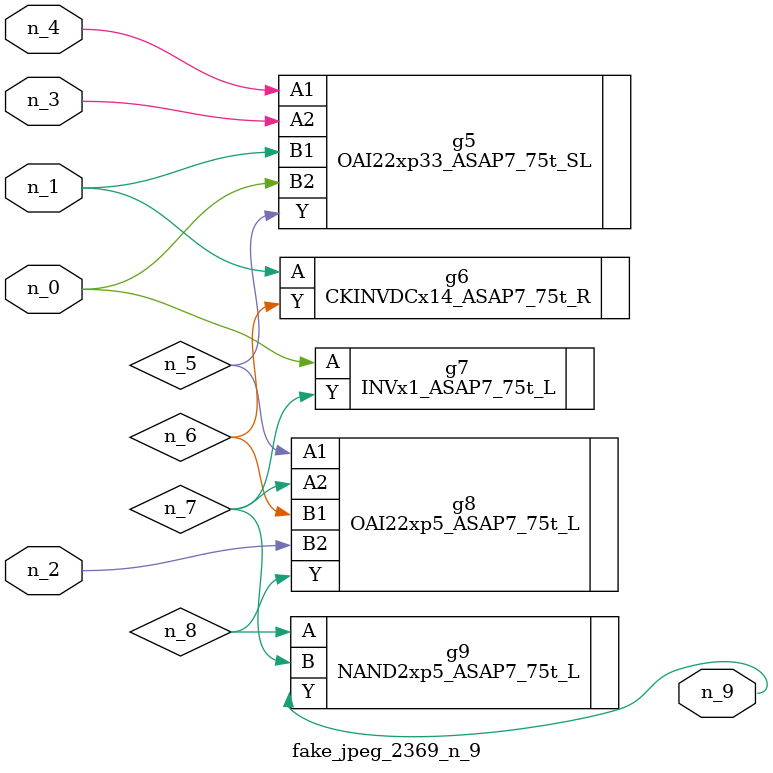
<source format=v>
module fake_jpeg_2369_n_9 (n_3, n_2, n_1, n_0, n_4, n_9);

input n_3;
input n_2;
input n_1;
input n_0;
input n_4;

output n_9;

wire n_8;
wire n_6;
wire n_5;
wire n_7;

OAI22xp33_ASAP7_75t_SL g5 ( 
.A1(n_4),
.A2(n_3),
.B1(n_1),
.B2(n_0),
.Y(n_5)
);

CKINVDCx14_ASAP7_75t_R g6 ( 
.A(n_1),
.Y(n_6)
);

INVx1_ASAP7_75t_L g7 ( 
.A(n_0),
.Y(n_7)
);

OAI22xp5_ASAP7_75t_L g8 ( 
.A1(n_5),
.A2(n_7),
.B1(n_6),
.B2(n_2),
.Y(n_8)
);

NAND2xp5_ASAP7_75t_L g9 ( 
.A(n_8),
.B(n_7),
.Y(n_9)
);


endmodule
</source>
